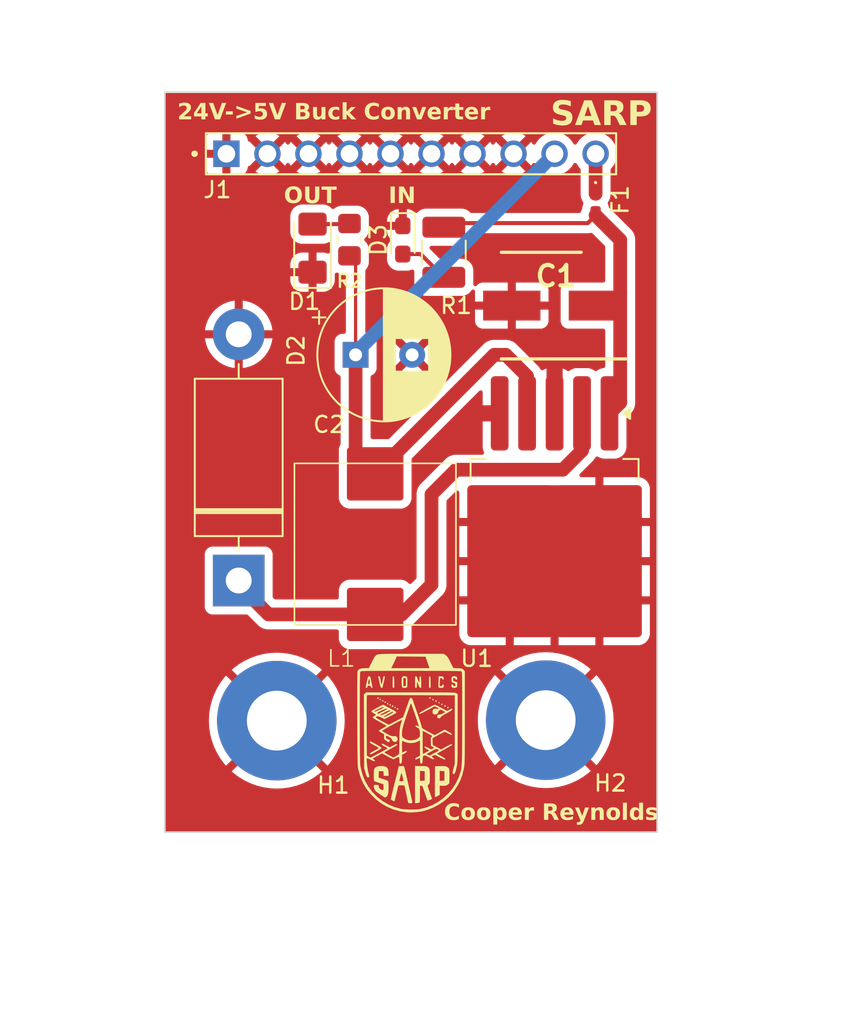
<source format=kicad_pcb>
(kicad_pcb (version 20240108) (generator "pcbnew") (generator_version "8.0")
  (layers (0 "F.Cu" signal) (1 "In1.Cu" signal) (2 "In2.Cu" signal) (31 "B.Cu" signal) (34 "B.Paste" user) (35 "F.Paste" user) (36 "B.SilkS" user "B.Silkscreen") (37 "F.SilkS" user "F.Silkscreen") (38 "B.Mask" user) (39 "F.Mask" user) (44 "Edge.Cuts" user))
  (net 0 "")
  (net 1 "/+24V")
  (net 2 "/+5V")
  (net 3 "Net-(D3-Pad2)")
  (net 4 "Net-(D2-K)")
  (net 5 "Net-(D1-Pad2)")
  (net 6 "GND")
  (net 7 "Net-(U1-VIN)")
  (footprint "Capacitor_THT:CP_Radial_D8.0mm_P3.50mm" (layer "F.Cu") (at 108.329349 86.106)
    (property "Reference" "C2" (at -1.649349 4.318 180) (layer "F.SilkS"))
    (property "Value" "330uF")
    (pad "1" thru_hole rect (at 0 0) (size 1.6 1.6) (drill 0.8) (layers "*.Cu" "*.Mask") (net 2 "/+5V"))
    (pad "2" thru_hole circle (at 3.5 0) (size 1.6 1.6) (drill 0.8) (layers "*.Cu" "*.Mask") (net 6 "GND"))
  )
  (footprint "kicad_import:7mm shield avionics" (layer "F.Cu") (at 111.76 109.474)
    (property "Reference" "G***" (hide yes))
    (property "Value" "LOGO" (hide yes))
  )
  (footprint "Resistor_SMD:R_1210_3225Metric_Pad1.30x2.65mm_HandSolder" (layer "F.Cu") (at 113.792 79.756 -90)
    (property "Reference" "R1" (at 3.302 -0.762 360) (layer "F.SilkS"))
    (property "Value" "1100Ω")
    (pad "1" smd roundrect (at -1.55 0 270) (size 1.3 2.65) (layers "F.Cu" "F.Paste" "F.Mask") (roundrect_rratio 0.192308) (net 7 "Net-(U1-VIN)"))
    (pad "2" smd roundrect (at 1.55 0 270) (size 1.3 2.65) (layers "F.Cu" "F.Paste" "F.Mask") (roundrect_rratio 0.192308) (net 3 "Net-(D3-Pad2)"))
  )
  (footprint "LED_SMD:LED_0603_1608Metric_Pad1.05x0.95mm_HandSolder" (layer "F.Cu") (at 111.252 78.994 -90)
    (property "Reference" "D3" (at 0 1.524 90) (layer "F.SilkS"))
    (property "Value" "green")
    (property "VALUE" "" (hide yes))
    (pad "1" smd roundrect (at -0.875 0 270) (size 1.05 0.95) (layers "F.Cu" "F.Paste" "F.Mask") (net 6 "GND"))
    (pad "2" smd roundrect (at 0.875 0 270) (size 1.05 0.95) (layers "F.Cu" "F.Paste" "F.Mask") (net 3 "Net-(D3-Pad2)"))
  )
  (footprint "MountingHole:MountingHole_3.7mm_Pad" (layer "F.Cu") (at 103.45 108.7499)
    (property "Reference" "H1" (at 3.5 4 0) (layer "F.SilkS"))
    (property "Value" "MountingHole_Pad")
    (pad "1" thru_hole circle (at 0 0) (size 7.4 7.4) (drill 3.7) (layers "*.Cu" "*.Mask") (net 6 "GND"))
  )
  (footprint "Library:output inductor" (layer "F.Cu") (at 98.9425 88.3745 -90)
    (property "Reference" "L1" (at 16.5275 -8.4995 0) (layer "F.SilkS") (effects (font (thickness 0.1))))
    (property "Value" "47uH")
    (property "VALUE" "" (hide yes))
    (pad "1" smd roundrect (at 13.8 -10.6 270) (size 3.3 3.5) (layers "F.Cu" "F.Paste" "F.Mask") (roundrect_rratio 0.06060606061) (net 4 "Net-(D2-K)"))
    (pad "2" smd roundrect (at 5.1 -10.6 270) (size 3.3 3.5) (layers "F.Cu" "F.Paste" "F.Mask") (roundrect_rratio 0.06060606061) (net 2 "/+5V"))
  )
  (footprint "LED_SMD:LED_1206_3216Metric_Pad1.42x1.75mm_HandSolder" (layer "F.Cu") (at 105.664 79.502 90)
    (property "Reference" "D1" (at -3.302 -0.508 180) (layer "F.SilkS"))
    (property "Value" "red")
    (property "VALUE" "" (hide yes))
    (pad "1" smd roundrect (at -1.4875 0 90) (size 1.425 1.75) (layers "F.Cu" "F.Paste" "F.Mask") (roundrect_rratio 0.175439) (net 6 "GND"))
    (pad "2" smd roundrect (at 1.4875 0 90) (size 1.425 1.75) (layers "F.Cu" "F.Paste" "F.Mask") (roundrect_rratio 0.175439) (net 5 "Net-(D1-Pad2)"))
  )
  (footprint "Package_TO_SOT_SMD:TO-263-5_TabPin3" (layer "F.Cu") (at 120.65 97.379 -90)
    (property "Reference" "U1" (at 7.523 4.826 180) (layer "F.SilkS"))
    (property "Value" "LM2596S-5")
    (property "VALUE" "" (hide yes))
    (pad "1" smd roundrect (at -7.65 -3.4 270) (size 4.6 1.1) (layers "F.Cu" "F.Paste" "F.Mask") (roundrect_rratio 0.227273) (net 7 "Net-(U1-VIN)"))
    (pad "2" smd roundrect (at -7.65 -1.7 270) (size 4.6 1.1) (layers "F.Cu" "F.Paste" "F.Mask") (roundrect_rratio 0.227273) (net 4 "Net-(D2-K)"))
    (pad "3" smd roundrect (at -7.65 0 270) (size 4.6 1.1) (layers "F.Cu" "F.Paste" "F.Mask") (roundrect_rratio 0.227273) (net 6 "GND"))
    (pad "3" smd roundrect (at -0.925 -2.775 270) (size 4.55 5.25) (layers "F.Cu" "F.Paste") (roundrect_rratio 0.054945) (net 6 "GND"))
    (pad "3" smd roundrect (at -0.925 2.775 270) (size 4.55 5.25) (layers "F.Cu" "F.Paste") (roundrect_rratio 0.054945) (net 6 "GND"))
    (pad "3" smd roundrect (at 1.5 0 270) (size 9.4 10.8) (layers "F.Cu" "F.Mask") (roundrect_rratio 0.026596) (net 6 "GND"))
    (pad "3" smd roundrect (at 3.925 -2.775 270) (size 4.55 5.25) (layers "F.Cu" "F.Paste") (roundrect_rratio 0.054945) (net 6 "GND"))
    (pad "3" smd roundrect (at 3.925 2.775 270) (size 4.55 5.25) (layers "F.Cu" "F.Paste") (roundrect_rratio 0.054945) (net 6 "GND"))
    (pad "4" smd roundrect (at -7.65 1.7 270) (size 4.6 1.1) (layers "F.Cu" "F.Paste" "F.Mask") (roundrect_rratio 0.227273) (net 2 "/+5V"))
    (pad "5" smd roundrect (at -7.65 3.4 270) (size 4.6 1.1) (layers "F.Cu" "F.Paste" "F.Mask") (roundrect_rratio 0.227273) (net 6 "GND"))
  )
  (footprint "Diode_THT:D_DO-201AD_P15.24mm_Horizontal" (layer "F.Cu") (at 101.092 100.076 90)
    (property "Reference" "D2" (at 14.224 3.556 90) (layer "F.SilkS"))
    (property "Value" "1N5822")
    (property "VALUE" "" (hide yes))
    (pad "1" thru_hole rect (at 0 0 90) (size 3.2 3.2) (drill 1.6) (layers "*.Cu" "*.Mask") (net 4 "Net-(D2-K)"))
    (pad "2" thru_hole oval (at 15.24 0 90) (size 3.2 3.2) (drill 1.6) (layers "*.Cu" "*.Mask") (net 6 "GND"))
  )
  (footprint "MountingHole:MountingHole_3.7mm_Pad" (layer "F.Cu") (at 120.1 108.72)
    (property "Reference" "H2" (at 4 3.9 0) (layer "F.SilkS"))
    (property "Value" "MountingHole_Pad")
    (pad "1" thru_hole circle (at 0 0) (size 7.4 7.4) (drill 3.7) (layers "*.Cu" "*.Mask") (net 6 "GND"))
  )
  (footprint "Library:PRECI-DIP_310-87-110-41-001101" (layer "F.Cu") (at 111.76 73.66)
    (property "Reference" "J1" (at -11.988337 2.228803 0) (layer "F.SilkS"))
    (property "Value" "Conn_01x10_Socket")
    (property "VALUE" "" (hide yes))
    (pad "1" thru_hole rect (at -11.43 0) (size 1.635 1.635) (drill 1.09) (layers "*.Cu" "*.Mask") (net 6 "GND"))
    (pad "2" thru_hole circle (at -8.89 0) (size 1.635 1.635) (drill 1.09) (layers "*.Cu" "*.Mask") (net 6 "GND"))
    (pad "3" thru_hole circle (at -6.35 0) (size 1.635 1.635) (drill 1.09) (layers "*.Cu" "*.Mask") (net 6 "GND"))
    (pad "4" thru_hole circle (at -3.81 0) (size 1.635 1.635) (drill 1.09) (layers "*.Cu" "*.Mask") (net 6 "GND"))
    (pad "5" thru_hole circle (at -1.27 0) (size 1.635 1.635) (drill 1.09) (layers "*.Cu" "*.Mask") (net 6 "GND"))
    (pad "6" thru_hole circle (at 1.27 0) (size 1.635 1.635) (drill 1.09) (layers "*.Cu" "*.Mask") (net 6 "GND"))
    (pad "7" thru_hole circle (at 3.81 0) (size 1.635 1.635) (drill 1.09) (layers "*.Cu" "*.Mask") (net 6 "GND"))
    (pad "8" thru_hole circle (at 6.35 0) (size 1.635 1.635) (drill 1.09) (layers "*.Cu" "*.Mask") (net 6 "GND"))
    (pad "9" thru_hole circle (at 8.89 0) (size 1.635 1.635) (drill 1.09) (layers "*.Cu" "*.Mask") (net 2 "/+5V"))
    (pad "10" thru_hole circle (at 11.43 0) (size 1.635 1.635) (drill 1.09) (layers "*.Cu" "*.Mask") (net 1 "/+24V"))
  )
  (footprint "Diode_SMD:D_0402_1005Metric_Pad0.77x0.64mm_HandSolder" (layer "F.Cu") (at 123.19 76.708 -90)
    (property "Reference" "F1" (at -0.1895 -1.524 90) (layer "F.SilkS"))
    (property "Value" "Fuse")
    (pad "1" smd roundrect (at -0.5725 0 270) (size 0.765 0.64) (layers "F.Cu" "F.Paste" "F.Mask") (net 1 "/+24V"))
    (pad "2" smd roundrect (at 0.5725 0 270) (size 0.765 0.64) (layers "F.Cu" "F.Paste" "F.Mask") (net 7 "Net-(U1-VIN)"))
  )
  (footprint "Library:CAPAE660X800N" (layer "F.Cu") (at 120.65 83.058 180)
    (property "Reference" "C1" (at -0.0919 1.824274 360) (layer "F.SilkS") (effects (font (size 1.27 1.27) (thickness 0.254))))
    (property "Value" "680uF" (hide yes))
    (pad "1" smd rect (at -2.65 0 270) (size 1.85 3.55) (layers "F.Cu" "F.Paste" "F.Mask") (net 7 "Net-(U1-VIN)"))
    (pad "2" smd rect (at 2.65 0 270) (size 1.85 3.55) (layers "F.Cu" "F.Paste" "F.Mask") (net 6 "GND"))
  )
  (footprint "Resistor_SMD:R_0805_2012Metric_Pad1.20x1.40mm_HandSolder" (layer "F.Cu") (at 107.95 78.978 90)
    (property "Reference" "R2" (at -2.556 0 180) (layer "F.SilkS") (effects (font (size 0.8 0.8))))
    (property "Value" "150Ω")
    (pad "1" smd roundrect (at -1 0 90) (size 1.2 1.4) (layers "F.Cu" "F.Paste" "F.Mask") (roundrect_rratio 0.208333) (net 2 "/+5V"))
    (pad "2" smd roundrect (at 1 0 90) (size 1.2 1.4) (layers "F.Cu" "F.Paste" "F.Mask") (roundrect_rratio 0.208333) (net 5 "Net-(D1-Pad2)"))
  )
  (gr_rect (start 96.52 69.85) (end 127 115.65) (stroke (width 0.1)) (fill none) (layer "Edge.Cuts"))
  (gr_text "OUT" (at 103.886 76.878256 0) (layer "F.SilkS") (effects (font (size 1 1) (thickness 0.25) (bold yes)) (justify left bottom)))
  (gr_text "Cooper Reynolds" (at 113.792 115.062 0) (layer "F.SilkS") (effects (font (size 1 1)) (justify left bottom)))
  (gr_text "SARP" (at 120.396 72.136 0) (layer "F.SilkS") (effects (font (size 1.5 1.5) (thickness 0.3) (bold yes)) (justify left bottom)))
  (gr_text "24V->5V Buck Converter" (at 97.292387 71.701459 0) (layer "F.SilkS") (effects (font (size 1 1)) (justify left bottom)))
  (gr_text "IN" (at 110.365453 76.878256 0) (layer "F.SilkS") (effects (font (size 1 1) (thickness 0.25) (bold yes)) (justify left bottom)))
  (segment (start 123.19 73.66) (end 123.19 76.1355) (width 0.85) (layer "F.Cu") (net 1))
  (segment (start 108.329349 80.357349) (end 107.95 79.978) (width 0.2) (layer "F.Cu") (net 2))
  (segment (start 108.329349 92.327349) (end 108.329349 86.106) (width 0.85) (layer "F.Cu") (net 2))
  (segment (start 117.627 86.106) (end 116.911 86.106) (width 0.85) (layer "F.Cu") (net 2))
  (segment (start 108.329349 86.106) (end 108.329349 80.357349) (width 0.2) (layer "F.Cu") (net 2))
  (segment (start 109.4765 93.4745) (end 108.329349 92.327349) (width 0.85) (layer "F.Cu") (net 2))
  (segment (start 118.95 87.429) (end 117.627 86.106) (width 0.85) (layer "F.Cu") (net 2))
  (segment (start 118.95 89.729) (end 118.95 87.429) (width 0.25) (layer "F.Cu") (net 2))
  (segment (start 116.911 86.106) (end 109.5425 93.4745) (width 0.85) (layer "F.Cu") (net 2))
  (segment (start 109.5425 93.4745) (end 109.4765 93.4745) (width 0.25) (layer "F.Cu") (net 2))
  (segment (start 108.329349 86.106) (end 108.329349 85.980651) (width 0.85) (layer "B.Cu") (net 2))
  (segment (start 108.329349 85.980651) (end 120.65 73.66) (width 0.85) (layer "B.Cu") (net 2))
  (segment (start 113.792 81.306) (end 112.355 79.869) (width 0.25) (layer "F.Cu") (net 3))
  (segment (start 112.355 79.869) (end 111.252 79.869) (width 0.25) (layer "F.Cu") (net 3))
  (segment (start 113.03 94.742) (end 114.554 93.218) (width 0.85) (layer "F.Cu") (net 4))
  (segment (start 121.161 93.218) (end 122.35 92.029) (width 0.85) (layer "F.Cu") (net 4))
  (segment (start 111.1855 102.1745) (end 113.03 100.33) (width 0.85) (layer "F.Cu") (net 4))
  (segment (start 102.9365 102.1745) (end 101.092 100.33) (width 0.85) (layer "F.Cu") (net 4))
  (segment (start 109.476 102.108) (end 109.5425 102.1745) (width 0.25) (layer "F.Cu") (net 4))
  (segment (start 122.35 92.029) (end 122.35 89.729) (width 0.85) (layer "F.Cu") (net 4))
  (segment (start 114.554 93.218) (end 121.161 93.218) (width 0.85) (layer "F.Cu") (net 4))
  (segment (start 109.5425 102.1745) (end 111.1855 102.1745) (width 0.85) (layer "F.Cu") (net 4))
  (segment (start 113.03 100.33) (end 113.03 94.742) (width 0.85) (layer "F.Cu") (net 4))
  (segment (start 111.1855 102.1745) (end 102.9365 102.1745) (width 0.85) (layer "F.Cu") (net 4))
  (segment (start 101.092 100.33) (end 101.092 100.076) (width 0.85) (layer "F.Cu") (net 4))
  (segment (start 105.664 78.0145) (end 107.9135 78.0145) (width 0.25) (layer "F.Cu") (net 5))
  (segment (start 120.65 89.729) (end 120.65 86.36) (width 1) (layer "F.Cu") (net 6))
  (segment (start 117.25 89.729) (end 115.757 89.729) (width 1) (layer "F.Cu") (net 6))
  (segment (start 115.757 89.729) (end 115.316 90.17) (width 1) (layer "F.Cu") (net 6))
  (segment (start 123.19 77.2805) (end 123.19 77.47) (width 0.25) (layer "F.Cu") (net 7))
  (segment (start 123.19 77.47) (end 122.708 77.952) (width 0.25) (layer "F.Cu") (net 7))
  (segment (start 124.714 89.065) (end 124.05 89.729) (width 0.85) (layer "F.Cu") (net 7))
  (segment (start 124.714 78.994) (end 124.714 82.296) (width 0.85) (layer "F.Cu") (net 7))
  (segment (start 123.19 77.47) (end 124.714 78.994) (width 0.85) (layer "F.Cu") (net 7))
  (segment (start 124.714 82.296) (end 124.714 89.065) (width 0.85) (layer "F.Cu") (net 7))
  (segment (start 122.708 77.952) (end 113.792 77.952) (width 0.25) (layer "F.Cu") (net 7))
  (zone (net 6) (net_name "GND") (layer "F.Cu") (connect_pads (clearance 0.5)) (min_thickness 0.25) (fill yes (thermal_gap 0.5) (thermal_bridge_width 0.5))
    (polygon (pts (xy 96.52 69.85) (xy 96.5 115.61) (xy 126.98 115.66) (xy 127 69.85)))
  )
)
</source>
